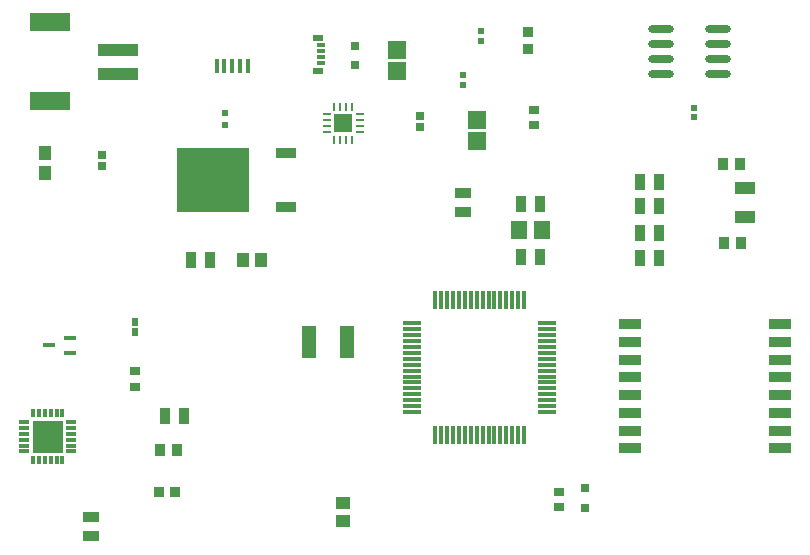
<source format=gtp>
G04*
G04 #@! TF.GenerationSoftware,Altium Limited,Altium Designer,21.1.1 (26)*
G04*
G04 Layer_Color=8421504*
%FSLAX25Y25*%
%MOIN*%
G70*
G04*
G04 #@! TF.SameCoordinates,BDA2E955-75C2-487D-9455-DF565B8534AD*
G04*
G04*
G04 #@! TF.FilePolarity,Positive*
G04*
G01*
G75*
G04:AMPARAMS|DCode=16|XSize=61.02mil|YSize=61.02mil|CornerRadius=1.83mil|HoleSize=0mil|Usage=FLASHONLY|Rotation=90.000|XOffset=0mil|YOffset=0mil|HoleType=Round|Shape=RoundedRectangle|*
%AMROUNDEDRECTD16*
21,1,0.06102,0.05736,0,0,90.0*
21,1,0.05736,0.06102,0,0,90.0*
1,1,0.00366,0.02868,0.02868*
1,1,0.00366,0.02868,-0.02868*
1,1,0.00366,-0.02868,-0.02868*
1,1,0.00366,-0.02868,0.02868*
%
%ADD16ROUNDEDRECTD16*%
%ADD17R,0.03347X0.03740*%
%ADD18R,0.03740X0.05315*%
%ADD19R,0.03740X0.04134*%
%ADD20R,0.01378X0.03150*%
%ADD21R,0.03347X0.01378*%
%ADD22R,0.10236X0.10630*%
%ADD23R,0.02362X0.01968*%
%ADD24R,0.07087X0.03937*%
%ADD25R,0.05315X0.03740*%
%ADD26R,0.04921X0.03937*%
%ADD27O,0.08661X0.02362*%
%ADD28R,0.04473X0.01775*%
%ADD29R,0.02362X0.02559*%
%ADD30R,0.03740X0.02756*%
%ADD31R,0.03150X0.03150*%
%ADD32R,0.03197X0.02985*%
%ADD33R,0.05512X0.05906*%
%ADD34R,0.07677X0.03740*%
%ADD35R,0.05906X0.01181*%
%ADD36R,0.01181X0.05906*%
%ADD37R,0.02648X0.02816*%
%ADD38R,0.01772X0.05118*%
%ADD39R,0.02913X0.03071*%
%ADD40R,0.06102X0.05906*%
%ADD41R,0.03150X0.01181*%
%ADD42R,0.03543X0.02362*%
G04:AMPARAMS|DCode=43|XSize=9.84mil|YSize=23.62mil|CornerRadius=1.97mil|HoleSize=0mil|Usage=FLASHONLY|Rotation=180.000|XOffset=0mil|YOffset=0mil|HoleType=Round|Shape=RoundedRectangle|*
%AMROUNDEDRECTD43*
21,1,0.00984,0.01968,0,0,180.0*
21,1,0.00591,0.02362,0,0,180.0*
1,1,0.00394,-0.00295,0.00984*
1,1,0.00394,0.00295,0.00984*
1,1,0.00394,0.00295,-0.00984*
1,1,0.00394,-0.00295,-0.00984*
%
%ADD43ROUNDEDRECTD43*%
G04:AMPARAMS|DCode=44|XSize=9.84mil|YSize=23.62mil|CornerRadius=1.97mil|HoleSize=0mil|Usage=FLASHONLY|Rotation=90.000|XOffset=0mil|YOffset=0mil|HoleType=Round|Shape=RoundedRectangle|*
%AMROUNDEDRECTD44*
21,1,0.00984,0.01968,0,0,90.0*
21,1,0.00591,0.02362,0,0,90.0*
1,1,0.00394,0.00984,0.00295*
1,1,0.00394,0.00984,-0.00295*
1,1,0.00394,-0.00984,-0.00295*
1,1,0.00394,-0.00984,0.00295*
%
%ADD44ROUNDEDRECTD44*%
%ADD45R,0.03788X0.03681*%
%ADD46R,0.02165X0.02362*%
%ADD47R,0.03985X0.04560*%
%ADD48R,0.01860X0.02029*%
%ADD49R,0.13386X0.05906*%
%ADD50R,0.13780X0.03937*%
%ADD51R,0.07087X0.03543*%
%ADD52R,0.24410X0.21457*%
%ADD53R,0.04528X0.10630*%
%ADD54R,0.03937X0.04921*%
D16*
X218000Y459000D02*
D03*
D17*
X156685Y336000D02*
D03*
X162000D02*
D03*
D18*
X164890Y361500D02*
D03*
X158591D02*
D03*
X316850Y414000D02*
D03*
X323150D02*
D03*
X316850Y439500D02*
D03*
X323150D02*
D03*
X316850Y431500D02*
D03*
X323150D02*
D03*
X316850Y422500D02*
D03*
X323150D02*
D03*
X277201Y414500D02*
D03*
X283500D02*
D03*
X283650Y432000D02*
D03*
X277350D02*
D03*
X167350Y413500D02*
D03*
X173650D02*
D03*
D19*
X162500Y350000D02*
D03*
X156791D02*
D03*
X350500Y419000D02*
D03*
X344791D02*
D03*
X350354Y445500D02*
D03*
X344646D02*
D03*
D20*
X114579Y346626D02*
D03*
X116547D02*
D03*
X118516D02*
D03*
X120484D02*
D03*
X122453D02*
D03*
X124421D02*
D03*
Y362374D02*
D03*
X122453D02*
D03*
X120484D02*
D03*
X118516D02*
D03*
X116547D02*
D03*
X114579D02*
D03*
D21*
X127276Y349579D02*
D03*
Y351547D02*
D03*
Y353516D02*
D03*
Y355484D02*
D03*
Y357453D02*
D03*
Y359421D02*
D03*
X111724D02*
D03*
Y357453D02*
D03*
Y355484D02*
D03*
Y353516D02*
D03*
Y351547D02*
D03*
Y349579D02*
D03*
D22*
X119500Y354500D02*
D03*
D23*
X178500Y462468D02*
D03*
Y458531D02*
D03*
D24*
X352000Y427579D02*
D03*
Y437421D02*
D03*
D25*
X134000Y321350D02*
D03*
Y327650D02*
D03*
X258000Y429350D02*
D03*
Y435650D02*
D03*
D26*
X218000Y326500D02*
D03*
Y332405D02*
D03*
D27*
X342949Y475500D02*
D03*
Y480500D02*
D03*
Y485500D02*
D03*
Y490500D02*
D03*
X324051Y475500D02*
D03*
Y480500D02*
D03*
Y485500D02*
D03*
Y490500D02*
D03*
D28*
X120000Y385000D02*
D03*
X126988Y387559D02*
D03*
Y382441D02*
D03*
D29*
X148500Y392673D02*
D03*
Y389327D02*
D03*
D30*
Y371000D02*
D03*
Y376315D02*
D03*
D31*
X298500Y330752D02*
D03*
Y337248D02*
D03*
X222000Y478252D02*
D03*
Y484748D02*
D03*
D32*
X290000Y331032D02*
D03*
Y335969D02*
D03*
X281500Y458532D02*
D03*
Y463468D02*
D03*
D33*
X284240Y423500D02*
D03*
X276760D02*
D03*
D34*
X313500Y374264D02*
D03*
Y380169D02*
D03*
Y350642D02*
D03*
Y356547D02*
D03*
Y362453D02*
D03*
Y368358D02*
D03*
Y386075D02*
D03*
Y391980D02*
D03*
X363500D02*
D03*
Y386075D02*
D03*
Y380169D02*
D03*
Y374264D02*
D03*
Y368358D02*
D03*
Y362453D02*
D03*
Y356547D02*
D03*
Y350642D02*
D03*
D35*
X241059Y392264D02*
D03*
Y390295D02*
D03*
Y388327D02*
D03*
Y386358D02*
D03*
Y384390D02*
D03*
Y382421D02*
D03*
Y380453D02*
D03*
Y378484D02*
D03*
Y376516D02*
D03*
Y374547D02*
D03*
Y372579D02*
D03*
Y370610D02*
D03*
Y368642D02*
D03*
Y366673D02*
D03*
Y364705D02*
D03*
Y362736D02*
D03*
X285941D02*
D03*
Y364705D02*
D03*
Y366673D02*
D03*
Y368642D02*
D03*
Y370610D02*
D03*
Y372579D02*
D03*
Y374547D02*
D03*
Y376516D02*
D03*
Y378484D02*
D03*
Y380453D02*
D03*
Y382421D02*
D03*
Y384390D02*
D03*
Y386358D02*
D03*
Y388327D02*
D03*
Y390295D02*
D03*
Y392264D02*
D03*
D36*
X248736Y355059D02*
D03*
X250705D02*
D03*
X252673D02*
D03*
X254642D02*
D03*
X256610D02*
D03*
X258579D02*
D03*
X260547D02*
D03*
X262516D02*
D03*
X264484D02*
D03*
X266453D02*
D03*
X268421D02*
D03*
X270390D02*
D03*
X272358D02*
D03*
X274327D02*
D03*
X276295D02*
D03*
X278264D02*
D03*
Y399941D02*
D03*
X276295D02*
D03*
X274327D02*
D03*
X272358D02*
D03*
X270390D02*
D03*
X268421D02*
D03*
X266453D02*
D03*
X264484D02*
D03*
X262516D02*
D03*
X260547D02*
D03*
X258579D02*
D03*
X256610D02*
D03*
X254642D02*
D03*
X252673D02*
D03*
X250705D02*
D03*
X248736D02*
D03*
D37*
X243500Y461384D02*
D03*
Y457616D02*
D03*
D38*
X186118Y478083D02*
D03*
X175882D02*
D03*
X183559D02*
D03*
X181000D02*
D03*
X178441D02*
D03*
D39*
X137500Y444642D02*
D03*
Y448500D02*
D03*
D40*
X262500Y460087D02*
D03*
Y453000D02*
D03*
X236000Y483543D02*
D03*
Y476457D02*
D03*
D41*
X210500Y479031D02*
D03*
Y481000D02*
D03*
Y482969D02*
D03*
Y484937D02*
D03*
D42*
X209516Y476472D02*
D03*
Y487496D02*
D03*
D43*
X215047Y453488D02*
D03*
X217016D02*
D03*
X218984D02*
D03*
X220953D02*
D03*
Y464512D02*
D03*
X218984D02*
D03*
X217016D02*
D03*
X215047D02*
D03*
D44*
X223512Y456047D02*
D03*
Y458016D02*
D03*
Y459984D02*
D03*
Y461953D02*
D03*
X212488D02*
D03*
Y459984D02*
D03*
Y458016D02*
D03*
Y456047D02*
D03*
D45*
X279500Y489317D02*
D03*
Y483683D02*
D03*
D46*
X264000Y489673D02*
D03*
Y486327D02*
D03*
X258000Y475173D02*
D03*
Y471827D02*
D03*
D47*
X118500Y449012D02*
D03*
Y442500D02*
D03*
D48*
X335000Y461000D02*
D03*
Y463981D02*
D03*
D49*
X120445Y466311D02*
D03*
Y492689D02*
D03*
D50*
X143083Y475563D02*
D03*
Y483437D02*
D03*
D51*
X199035Y431024D02*
D03*
Y448976D02*
D03*
D52*
X174626Y440000D02*
D03*
D53*
X219398Y386000D02*
D03*
X206602D02*
D03*
D54*
X184594Y413500D02*
D03*
X190500D02*
D03*
M02*

</source>
